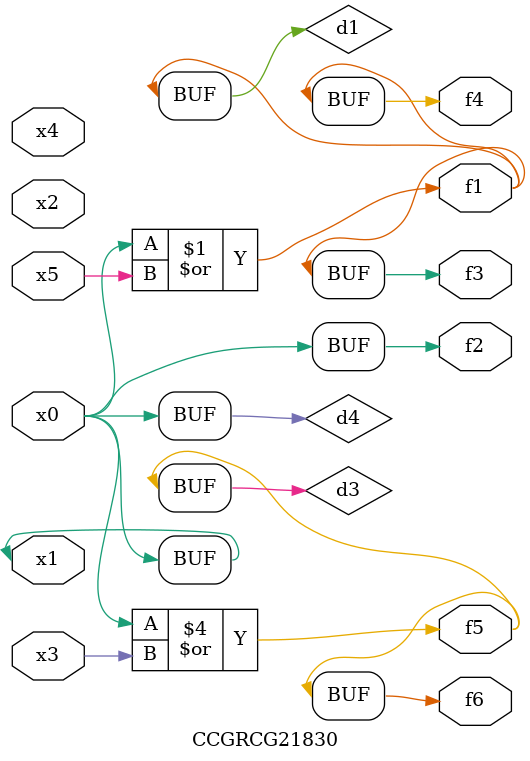
<source format=v>
module CCGRCG21830(
	input x0, x1, x2, x3, x4, x5,
	output f1, f2, f3, f4, f5, f6
);

	wire d1, d2, d3, d4;

	or (d1, x0, x5);
	xnor (d2, x1, x4);
	or (d3, x0, x3);
	buf (d4, x0, x1);
	assign f1 = d1;
	assign f2 = d4;
	assign f3 = d1;
	assign f4 = d1;
	assign f5 = d3;
	assign f6 = d3;
endmodule

</source>
